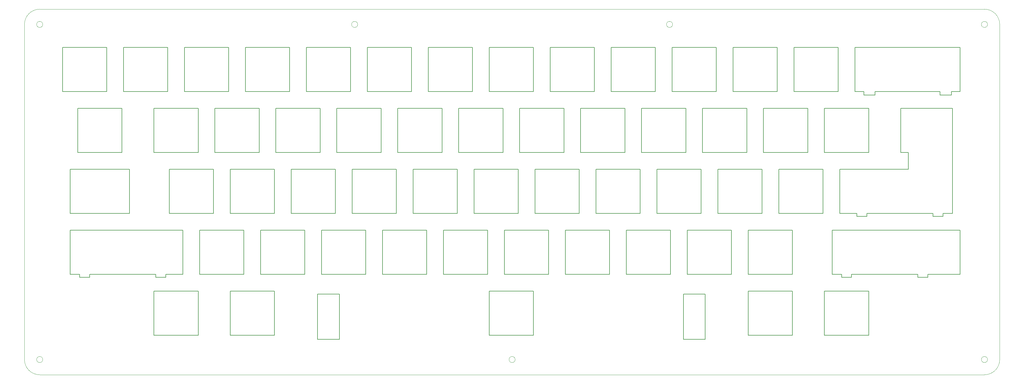
<source format=gm1>
G04 #@! TF.GenerationSoftware,KiCad,Pcbnew,5.1.7*
G04 #@! TF.CreationDate,2020-11-06T09:12:15-05:00*
G04 #@! TF.ProjectId,unix60plate,756e6978-3630-4706-9c61-74652e6b6963,rev?*
G04 #@! TF.SameCoordinates,Original*
G04 #@! TF.FileFunction,Profile,NP*
%FSLAX46Y46*%
G04 Gerber Fmt 4.6, Leading zero omitted, Abs format (unit mm)*
G04 Created by KiCad (PCBNEW 5.1.7) date 2020-11-06 09:12:15*
%MOMM*%
%LPD*%
G01*
G04 APERTURE LIST*
G04 #@! TA.AperFunction,Profile*
%ADD10C,0.188976*%
G04 #@! TD*
G04 #@! TA.AperFunction,Profile*
%ADD11C,0.050000*%
G04 #@! TD*
G04 APERTURE END LIST*
D10*
X223835547Y-123824219D02*
X237648047Y-123824219D01*
X237648047Y-123824219D02*
X237648047Y-137634766D01*
X237648047Y-137634766D02*
X223835547Y-137634766D01*
X223835547Y-137634766D02*
X223835547Y-123824219D01*
X223835547Y-123824219D02*
X223835547Y-123824219D01*
D11*
X150971350Y-145256250D02*
G75*
G03*
X150971350Y-145256250I-950000J0D01*
G01*
X200182950Y-40481250D02*
G75*
G03*
X200182950Y-40481250I-950000J0D01*
G01*
X101759650Y-40481250D02*
G75*
G03*
X101759650Y-40481250I-950000J0D01*
G01*
X298606250Y-40481250D02*
G75*
G03*
X298606250Y-40481250I-950000J0D01*
G01*
X298606250Y-145256250D02*
G75*
G03*
X298606250Y-145256250I-950000J0D01*
G01*
X3331250Y-145256250D02*
G75*
G03*
X3331250Y-145256250I-950000J0D01*
G01*
X3331250Y-40481250D02*
G75*
G03*
X3331250Y-40481250I-950000J0D01*
G01*
D10*
X9525000Y-47625000D02*
X23335547Y-47625000D01*
X23335547Y-47625000D02*
X23335547Y-61435547D01*
X23335547Y-61435547D02*
X9525000Y-61435547D01*
X9525000Y-61435547D02*
X9525000Y-47625000D01*
X9525000Y-47625000D02*
X9525000Y-47625000D01*
X203569922Y-124765625D02*
X210343360Y-124765625D01*
X210343360Y-124765625D02*
X210343360Y-128429688D01*
X210343360Y-128429688D02*
X210343360Y-131230469D01*
X210343360Y-131230469D02*
X210343360Y-138921875D01*
X210343360Y-138921875D02*
X203569922Y-138921875D01*
X203569922Y-138921875D02*
X203569922Y-133029297D01*
X203569922Y-133029297D02*
X203569922Y-128429688D01*
X203569922Y-128429688D02*
X203569922Y-124765625D01*
X203569922Y-124765625D02*
X203569922Y-124765625D01*
X89216407Y-124765625D02*
X96042578Y-124765625D01*
X96042578Y-124765625D02*
X96042578Y-128429688D01*
X96042578Y-128429688D02*
X96042578Y-133029297D01*
X96042578Y-133029297D02*
X96042578Y-138921875D01*
X96042578Y-138921875D02*
X94280860Y-138921875D01*
X94280860Y-138921875D02*
X90980078Y-138921875D01*
X90980078Y-138921875D02*
X89216407Y-138921875D01*
X89216407Y-138921875D02*
X89216407Y-131230469D01*
X89216407Y-131230469D02*
X89216407Y-128429688D01*
X89216407Y-128429688D02*
X89216407Y-124765625D01*
X89216407Y-124765625D02*
X89216407Y-124765625D01*
X238124610Y-47625000D02*
X251935157Y-47625000D01*
X251935157Y-47625000D02*
X251935157Y-61435547D01*
X251935157Y-61435547D02*
X238124610Y-61435547D01*
X238124610Y-61435547D02*
X238124610Y-47625000D01*
X238124610Y-47625000D02*
X238124610Y-47625000D01*
X219073828Y-47625000D02*
X232886328Y-47625000D01*
X232886328Y-47625000D02*
X232886328Y-61435547D01*
X232886328Y-61435547D02*
X219073828Y-61435547D01*
X219073828Y-61435547D02*
X219073828Y-47625000D01*
X219073828Y-47625000D02*
X219073828Y-47625000D01*
X200025000Y-47625000D02*
X213835547Y-47625000D01*
X213835547Y-47625000D02*
X213835547Y-61435547D01*
X213835547Y-61435547D02*
X200025000Y-61435547D01*
X200025000Y-61435547D02*
X200025000Y-47625000D01*
X200025000Y-47625000D02*
X200025000Y-47625000D01*
X180974219Y-47625000D02*
X194784766Y-47625000D01*
X194784766Y-47625000D02*
X194784766Y-61435547D01*
X194784766Y-61435547D02*
X180974219Y-61435547D01*
X180974219Y-61435547D02*
X180974219Y-47625000D01*
X180974219Y-47625000D02*
X180974219Y-47625000D01*
X161923438Y-47625000D02*
X175735938Y-47625000D01*
X175735938Y-47625000D02*
X175735938Y-61435547D01*
X175735938Y-61435547D02*
X161923438Y-61435547D01*
X161923438Y-61435547D02*
X161923438Y-47625000D01*
X161923438Y-47625000D02*
X161923438Y-47625000D01*
X142874610Y-47625000D02*
X156685157Y-47625000D01*
X156685157Y-47625000D02*
X156685157Y-61435547D01*
X156685157Y-61435547D02*
X142874610Y-61435547D01*
X142874610Y-61435547D02*
X142874610Y-47625000D01*
X142874610Y-47625000D02*
X142874610Y-47625000D01*
X38099219Y-66673828D02*
X51909766Y-66673828D01*
X51909766Y-66673828D02*
X51909766Y-80486328D01*
X51909766Y-80486328D02*
X38099219Y-80486328D01*
X38099219Y-80486328D02*
X38099219Y-66673828D01*
X38099219Y-66673828D02*
X38099219Y-66673828D01*
X14286718Y-66673828D02*
X28097266Y-66673828D01*
X28097266Y-66673828D02*
X28097266Y-80486328D01*
X28097266Y-80486328D02*
X14286718Y-80486328D01*
X14286718Y-80486328D02*
X14286718Y-66673828D01*
X14286718Y-66673828D02*
X14286718Y-66673828D01*
X257173438Y-47625000D02*
X290034766Y-47625000D01*
X290034766Y-47625000D02*
X290034766Y-61435547D01*
X290034766Y-61435547D02*
X287294532Y-61435547D01*
X287294532Y-61435547D02*
X287294532Y-62558594D01*
X287294532Y-62558594D02*
X283778907Y-62558594D01*
X283778907Y-62558594D02*
X283778907Y-61435547D01*
X283778907Y-61435547D02*
X263482032Y-61435547D01*
X263482032Y-61435547D02*
X263482032Y-62558594D01*
X263482032Y-62558594D02*
X259966407Y-62558594D01*
X259966407Y-62558594D02*
X259966407Y-61435547D01*
X259966407Y-61435547D02*
X257173438Y-61435547D01*
X257173438Y-61435547D02*
X257173438Y-47625000D01*
X257173438Y-47625000D02*
X257173438Y-47625000D01*
X100011328Y-85724610D02*
X113821875Y-85724610D01*
X113821875Y-85724610D02*
X113821875Y-99535157D01*
X113821875Y-99535157D02*
X100011328Y-99535157D01*
X100011328Y-99535157D02*
X100011328Y-85724610D01*
X100011328Y-85724610D02*
X100011328Y-85724610D01*
X80960547Y-85724610D02*
X94773047Y-85724610D01*
X94773047Y-85724610D02*
X94773047Y-99535157D01*
X94773047Y-99535157D02*
X80960547Y-99535157D01*
X80960547Y-99535157D02*
X80960547Y-85724610D01*
X80960547Y-85724610D02*
X80960547Y-85724610D01*
X247650000Y-66673828D02*
X261458594Y-66673828D01*
X261458594Y-66673828D02*
X261458594Y-80486328D01*
X261458594Y-80486328D02*
X247650000Y-80486328D01*
X247650000Y-80486328D02*
X247650000Y-66673828D01*
X247650000Y-66673828D02*
X247650000Y-66673828D01*
X228599219Y-66673828D02*
X242409766Y-66673828D01*
X242409766Y-66673828D02*
X242409766Y-80486328D01*
X242409766Y-80486328D02*
X228599219Y-80486328D01*
X228599219Y-80486328D02*
X228599219Y-66673828D01*
X228599219Y-66673828D02*
X228599219Y-66673828D01*
X209548438Y-66673828D02*
X223360938Y-66673828D01*
X223360938Y-66673828D02*
X223360938Y-80486328D01*
X223360938Y-80486328D02*
X209548438Y-80486328D01*
X209548438Y-80486328D02*
X209548438Y-66673828D01*
X209548438Y-66673828D02*
X209548438Y-66673828D01*
X190499610Y-66673828D02*
X204310157Y-66673828D01*
X204310157Y-66673828D02*
X204310157Y-80486328D01*
X204310157Y-80486328D02*
X190499610Y-80486328D01*
X190499610Y-80486328D02*
X190499610Y-66673828D01*
X190499610Y-66673828D02*
X190499610Y-66673828D01*
X171448828Y-66673828D02*
X185261328Y-66673828D01*
X185261328Y-66673828D02*
X185261328Y-80486328D01*
X185261328Y-80486328D02*
X171448828Y-80486328D01*
X171448828Y-80486328D02*
X171448828Y-66673828D01*
X171448828Y-66673828D02*
X171448828Y-66673828D01*
X152400000Y-66673828D02*
X166210547Y-66673828D01*
X166210547Y-66673828D02*
X166210547Y-80486328D01*
X166210547Y-80486328D02*
X152400000Y-80486328D01*
X152400000Y-80486328D02*
X152400000Y-66673828D01*
X152400000Y-66673828D02*
X152400000Y-66673828D01*
X76198828Y-66673828D02*
X90011328Y-66673828D01*
X90011328Y-66673828D02*
X90011328Y-80486328D01*
X90011328Y-80486328D02*
X76198828Y-80486328D01*
X76198828Y-80486328D02*
X76198828Y-66673828D01*
X76198828Y-66673828D02*
X76198828Y-66673828D01*
X57150000Y-66673828D02*
X70960547Y-66673828D01*
X70960547Y-66673828D02*
X70960547Y-80486328D01*
X70960547Y-80486328D02*
X57150000Y-80486328D01*
X57150000Y-80486328D02*
X57150000Y-66673828D01*
X57150000Y-66673828D02*
X57150000Y-66673828D01*
X142874610Y-123824219D02*
X156685157Y-123824219D01*
X156685157Y-123824219D02*
X156685157Y-128429688D01*
X156685157Y-128429688D02*
X156685157Y-133029297D01*
X156685157Y-133029297D02*
X156685157Y-137634766D01*
X156685157Y-137634766D02*
X142874610Y-137634766D01*
X142874610Y-137634766D02*
X142874610Y-133029297D01*
X142874610Y-133029297D02*
X142874610Y-128429688D01*
X142874610Y-128429688D02*
X142874610Y-123824219D01*
X142874610Y-123824219D02*
X142874610Y-123824219D01*
X247650000Y-123824219D02*
X261458594Y-123824219D01*
X261458594Y-123824219D02*
X261458594Y-137634766D01*
X261458594Y-137634766D02*
X247650000Y-137634766D01*
X247650000Y-137634766D02*
X247650000Y-123824219D01*
X247650000Y-123824219D02*
X247650000Y-123824219D01*
X250030860Y-104773438D02*
X273460547Y-104773438D01*
X273460547Y-104773438D02*
X276130469Y-104773438D01*
X276130469Y-104773438D02*
X290034766Y-104773438D01*
X290034766Y-104773438D02*
X290034766Y-118585938D01*
X290034766Y-118585938D02*
X279915625Y-118585938D01*
X279915625Y-118585938D02*
X279915625Y-119554688D01*
X279915625Y-119554688D02*
X276806250Y-119554688D01*
X276806250Y-119554688D02*
X276806250Y-118585938D01*
X276806250Y-118585938D02*
X273460547Y-118585938D01*
X273460547Y-118585938D02*
X256116797Y-118585938D01*
X256116797Y-118585938D02*
X256116797Y-119554688D01*
X256116797Y-119554688D02*
X253005469Y-119554688D01*
X253005469Y-119554688D02*
X253005469Y-118585938D01*
X253005469Y-118585938D02*
X250030860Y-118585938D01*
X250030860Y-118585938D02*
X250030860Y-104773438D01*
X250030860Y-104773438D02*
X250030860Y-104773438D01*
X11905860Y-104773438D02*
X47148047Y-104773438D01*
X47148047Y-104773438D02*
X47148047Y-118585938D01*
X47148047Y-118585938D02*
X41790625Y-118585938D01*
X41790625Y-118585938D02*
X41790625Y-119554688D01*
X41790625Y-119554688D02*
X38681250Y-119554688D01*
X38681250Y-119554688D02*
X38681250Y-118585938D01*
X38681250Y-118585938D02*
X17991797Y-118585938D01*
X17991797Y-118585938D02*
X17991797Y-119554688D01*
X17991797Y-119554688D02*
X14880468Y-119554688D01*
X14880468Y-119554688D02*
X14880468Y-118585938D01*
X14880468Y-118585938D02*
X11905860Y-118585938D01*
X11905860Y-118585938D02*
X11905860Y-104773438D01*
X11905860Y-104773438D02*
X11905860Y-104773438D01*
X223835547Y-104773438D02*
X237648047Y-104773438D01*
X237648047Y-104773438D02*
X237648047Y-118585938D01*
X237648047Y-118585938D02*
X223835547Y-118585938D01*
X223835547Y-118585938D02*
X223835547Y-104773438D01*
X223835547Y-104773438D02*
X223835547Y-104773438D01*
X61911719Y-85724610D02*
X75722266Y-85724610D01*
X75722266Y-85724610D02*
X75722266Y-99535157D01*
X75722266Y-99535157D02*
X61911719Y-99535157D01*
X61911719Y-99535157D02*
X61911719Y-85724610D01*
X61911719Y-85724610D02*
X61911719Y-85724610D01*
X42860938Y-85724610D02*
X56671485Y-85724610D01*
X56671485Y-85724610D02*
X56671485Y-99535157D01*
X56671485Y-99535157D02*
X42860938Y-99535157D01*
X42860938Y-99535157D02*
X42860938Y-85724610D01*
X42860938Y-85724610D02*
X42860938Y-85724610D01*
X11905860Y-85724610D02*
X30478125Y-85724610D01*
X30478125Y-85724610D02*
X30478125Y-99535157D01*
X30478125Y-99535157D02*
X11905860Y-99535157D01*
X11905860Y-99535157D02*
X11905860Y-85724610D01*
X11905860Y-85724610D02*
X11905860Y-85724610D01*
X133349219Y-66673828D02*
X147159766Y-66673828D01*
X147159766Y-66673828D02*
X147159766Y-80486328D01*
X147159766Y-80486328D02*
X133349219Y-80486328D01*
X133349219Y-80486328D02*
X133349219Y-66673828D01*
X133349219Y-66673828D02*
X133349219Y-66673828D01*
X114298438Y-66673828D02*
X128110938Y-66673828D01*
X128110938Y-66673828D02*
X128110938Y-80486328D01*
X128110938Y-80486328D02*
X114298438Y-80486328D01*
X114298438Y-80486328D02*
X114298438Y-66673828D01*
X114298438Y-66673828D02*
X114298438Y-66673828D01*
X95249610Y-66673828D02*
X109060157Y-66673828D01*
X109060157Y-66673828D02*
X109060157Y-80486328D01*
X109060157Y-80486328D02*
X95249610Y-80486328D01*
X95249610Y-80486328D02*
X95249610Y-66673828D01*
X95249610Y-66673828D02*
X95249610Y-66673828D01*
X166687110Y-104773438D02*
X180497657Y-104773438D01*
X180497657Y-104773438D02*
X180497657Y-118585938D01*
X180497657Y-118585938D02*
X166687110Y-118585938D01*
X166687110Y-118585938D02*
X166687110Y-104773438D01*
X166687110Y-104773438D02*
X166687110Y-104773438D01*
X147636328Y-104773438D02*
X161446875Y-104773438D01*
X161446875Y-104773438D02*
X161446875Y-118585938D01*
X161446875Y-118585938D02*
X147636328Y-118585938D01*
X147636328Y-118585938D02*
X147636328Y-104773438D01*
X147636328Y-104773438D02*
X147636328Y-104773438D01*
X128585547Y-104773438D02*
X142398047Y-104773438D01*
X142398047Y-104773438D02*
X142398047Y-118585938D01*
X142398047Y-118585938D02*
X128585547Y-118585938D01*
X128585547Y-118585938D02*
X128585547Y-104773438D01*
X128585547Y-104773438D02*
X128585547Y-104773438D01*
X214312110Y-85724610D02*
X228122657Y-85724610D01*
X228122657Y-85724610D02*
X228122657Y-99535157D01*
X228122657Y-99535157D02*
X214312110Y-99535157D01*
X214312110Y-99535157D02*
X214312110Y-85724610D01*
X214312110Y-85724610D02*
X214312110Y-85724610D01*
X195261328Y-85724610D02*
X209071875Y-85724610D01*
X209071875Y-85724610D02*
X209071875Y-99535157D01*
X209071875Y-99535157D02*
X195261328Y-99535157D01*
X195261328Y-99535157D02*
X195261328Y-85724610D01*
X195261328Y-85724610D02*
X195261328Y-85724610D01*
X176210547Y-85724610D02*
X190023047Y-85724610D01*
X190023047Y-85724610D02*
X190023047Y-99535157D01*
X190023047Y-99535157D02*
X176210547Y-99535157D01*
X176210547Y-99535157D02*
X176210547Y-85724610D01*
X176210547Y-85724610D02*
X176210547Y-85724610D01*
X204786719Y-104773438D02*
X218597266Y-104773438D01*
X218597266Y-104773438D02*
X218597266Y-118585938D01*
X218597266Y-118585938D02*
X204786719Y-118585938D01*
X204786719Y-118585938D02*
X204786719Y-104773438D01*
X204786719Y-104773438D02*
X204786719Y-104773438D01*
X185735938Y-104773438D02*
X199546485Y-104773438D01*
X199546485Y-104773438D02*
X199546485Y-118585938D01*
X199546485Y-118585938D02*
X185735938Y-118585938D01*
X185735938Y-118585938D02*
X185735938Y-104773438D01*
X185735938Y-104773438D02*
X185735938Y-104773438D01*
X109536719Y-104773438D02*
X123347266Y-104773438D01*
X123347266Y-104773438D02*
X123347266Y-118585938D01*
X123347266Y-118585938D02*
X109536719Y-118585938D01*
X109536719Y-118585938D02*
X109536719Y-104773438D01*
X109536719Y-104773438D02*
X109536719Y-104773438D01*
X90485938Y-104773438D02*
X104296485Y-104773438D01*
X104296485Y-104773438D02*
X104296485Y-118585938D01*
X104296485Y-118585938D02*
X90485938Y-118585938D01*
X90485938Y-118585938D02*
X90485938Y-104773438D01*
X90485938Y-104773438D02*
X90485938Y-104773438D01*
X71437110Y-104773438D02*
X85247657Y-104773438D01*
X85247657Y-104773438D02*
X85247657Y-118585938D01*
X85247657Y-118585938D02*
X71437110Y-118585938D01*
X71437110Y-118585938D02*
X71437110Y-104773438D01*
X71437110Y-104773438D02*
X71437110Y-104773438D01*
X66673438Y-47625000D02*
X80485938Y-47625000D01*
X80485938Y-47625000D02*
X80485938Y-61435547D01*
X80485938Y-61435547D02*
X66673438Y-61435547D01*
X66673438Y-61435547D02*
X66673438Y-47625000D01*
X66673438Y-47625000D02*
X66673438Y-47625000D01*
X28573828Y-47625000D02*
X42386328Y-47625000D01*
X42386328Y-47625000D02*
X42386328Y-61435547D01*
X42386328Y-61435547D02*
X28573828Y-61435547D01*
X28573828Y-61435547D02*
X28573828Y-47625000D01*
X28573828Y-47625000D02*
X28573828Y-47625000D01*
X157161719Y-85724610D02*
X170972266Y-85724610D01*
X170972266Y-85724610D02*
X170972266Y-99535157D01*
X170972266Y-99535157D02*
X157161719Y-99535157D01*
X157161719Y-99535157D02*
X157161719Y-85724610D01*
X157161719Y-85724610D02*
X157161719Y-85724610D01*
X138110938Y-85724610D02*
X151921485Y-85724610D01*
X151921485Y-85724610D02*
X151921485Y-99535157D01*
X151921485Y-99535157D02*
X138110938Y-99535157D01*
X138110938Y-99535157D02*
X138110938Y-85724610D01*
X138110938Y-85724610D02*
X138110938Y-85724610D01*
X119062110Y-85724610D02*
X132872657Y-85724610D01*
X132872657Y-85724610D02*
X132872657Y-99535157D01*
X132872657Y-99535157D02*
X119062110Y-99535157D01*
X119062110Y-99535157D02*
X119062110Y-85724610D01*
X119062110Y-85724610D02*
X119062110Y-85724610D01*
X61911719Y-123824219D02*
X75722266Y-123824219D01*
X75722266Y-123824219D02*
X75722266Y-137634766D01*
X75722266Y-137634766D02*
X61911719Y-137634766D01*
X61911719Y-137634766D02*
X61911719Y-123824219D01*
X61911719Y-123824219D02*
X61911719Y-123824219D01*
X38099219Y-123824219D02*
X51909766Y-123824219D01*
X51909766Y-123824219D02*
X51909766Y-137634766D01*
X51909766Y-137634766D02*
X38099219Y-137634766D01*
X38099219Y-137634766D02*
X38099219Y-123824219D01*
X38099219Y-123824219D02*
X38099219Y-123824219D01*
X123823828Y-47625000D02*
X137636328Y-47625000D01*
X137636328Y-47625000D02*
X137636328Y-61435547D01*
X137636328Y-61435547D02*
X123823828Y-61435547D01*
X123823828Y-61435547D02*
X123823828Y-47625000D01*
X123823828Y-47625000D02*
X123823828Y-47625000D01*
X104773047Y-47625000D02*
X118583594Y-47625000D01*
X118583594Y-47625000D02*
X118583594Y-61435547D01*
X118583594Y-61435547D02*
X104773047Y-61435547D01*
X104773047Y-61435547D02*
X104773047Y-47625000D01*
X104773047Y-47625000D02*
X104773047Y-47625000D01*
X85724219Y-47625000D02*
X99534766Y-47625000D01*
X99534766Y-47625000D02*
X99534766Y-61435547D01*
X99534766Y-61435547D02*
X85724219Y-61435547D01*
X85724219Y-61435547D02*
X85724219Y-47625000D01*
X85724219Y-47625000D02*
X85724219Y-47625000D01*
X52386328Y-104773438D02*
X66196875Y-104773438D01*
X66196875Y-104773438D02*
X66196875Y-118585938D01*
X66196875Y-118585938D02*
X52386328Y-118585938D01*
X52386328Y-118585938D02*
X52386328Y-104773438D01*
X52386328Y-104773438D02*
X52386328Y-104773438D01*
X271460547Y-66673828D02*
X287653907Y-66673828D01*
X287653907Y-66673828D02*
X287653907Y-67830078D01*
X287653907Y-67830078D02*
X287653907Y-76105469D01*
X287653907Y-76105469D02*
X287653907Y-90105469D01*
X287653907Y-90105469D02*
X287653907Y-99535157D01*
X287653907Y-99535157D02*
X284679297Y-99535157D01*
X284679297Y-99535157D02*
X284679297Y-100505860D01*
X284679297Y-100505860D02*
X281567969Y-100505860D01*
X281567969Y-100505860D02*
X281567969Y-99535157D01*
X281567969Y-99535157D02*
X279747657Y-99535157D01*
X279747657Y-99535157D02*
X278222266Y-99535157D01*
X278222266Y-99535157D02*
X260876563Y-99535157D01*
X260876563Y-99535157D02*
X260876563Y-100505860D01*
X260876563Y-100505860D02*
X257767188Y-100505860D01*
X257767188Y-100505860D02*
X257767188Y-99535157D01*
X257767188Y-99535157D02*
X252411719Y-99535157D01*
X252411719Y-99535157D02*
X252411719Y-85724610D01*
X252411719Y-85724610D02*
X273843360Y-85724610D01*
X273843360Y-85724610D02*
X273843360Y-80486328D01*
X273843360Y-80486328D02*
X271460547Y-80486328D01*
X271460547Y-80486328D02*
X271460547Y-66673828D01*
X271460547Y-66673828D02*
X271460547Y-66673828D01*
X233360938Y-85724610D02*
X247171485Y-85724610D01*
X247171485Y-85724610D02*
X247171485Y-99535157D01*
X247171485Y-99535157D02*
X233360938Y-99535157D01*
X233360938Y-99535157D02*
X233360938Y-85724610D01*
X233360938Y-85724610D02*
X233360938Y-85724610D01*
X47624610Y-47625000D02*
X61435157Y-47625000D01*
X61435157Y-47625000D02*
X61435157Y-61435547D01*
X61435157Y-61435547D02*
X47624610Y-61435547D01*
X47624610Y-61435547D02*
X47624610Y-47625000D01*
X47624610Y-47625000D02*
X47624610Y-47625000D01*
D11*
X-2381250Y-40481250D02*
G75*
G02*
X2381250Y-35718750I4762500J0D01*
G01*
X2381250Y-150018750D02*
G75*
G02*
X-2381250Y-145256250I0J4762500D01*
G01*
X302418750Y-145256250D02*
G75*
G02*
X297656250Y-150018750I-4762500J0D01*
G01*
X297656250Y-35718750D02*
G75*
G02*
X302418750Y-40481250I0J-4762500D01*
G01*
X2381250Y-35718750D02*
X297656250Y-35718750D01*
X-2381250Y-145256250D02*
X-2381250Y-40481250D01*
X297656250Y-150018750D02*
X2381250Y-150018750D01*
X302418750Y-40481250D02*
X302418750Y-145256250D01*
M02*

</source>
